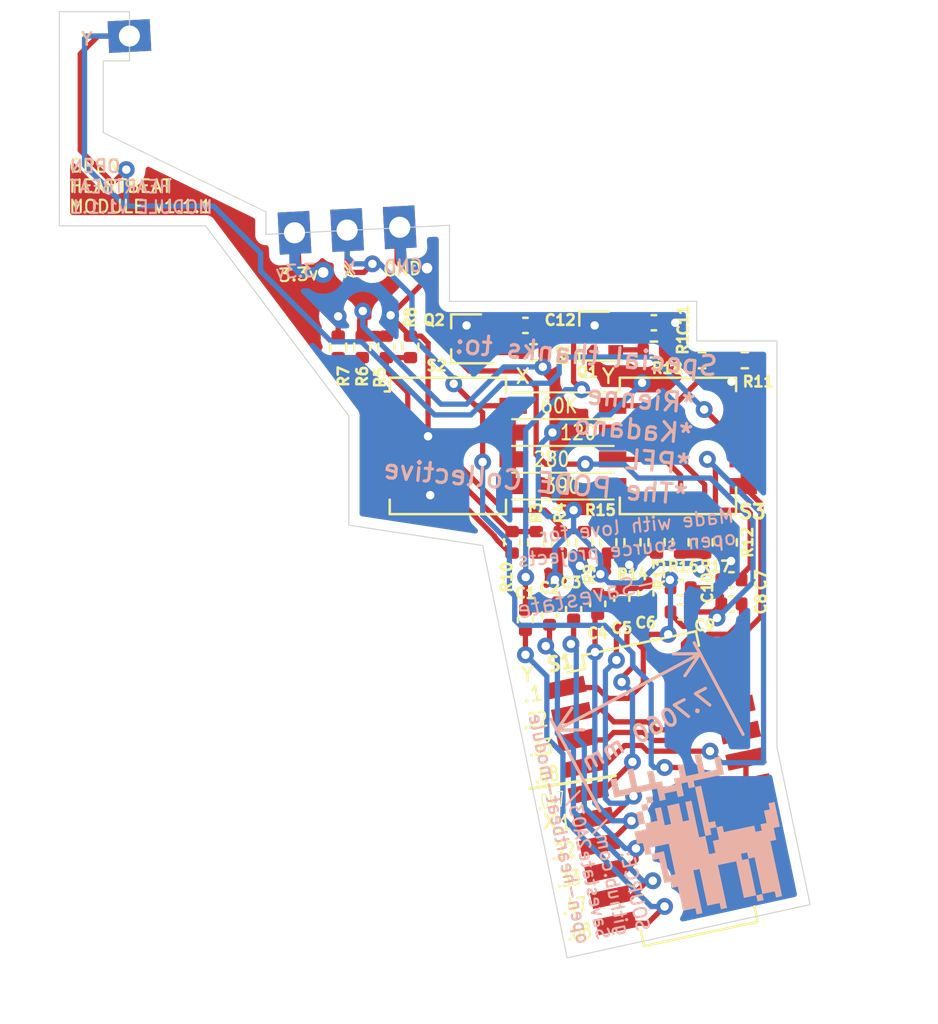
<source format=kicad_pcb>
(kicad_pcb (version 20211014) (generator pcbnew)
  (layers (0 "F.Cu" signal) (31 "B.Cu" signal) (36 "B.SilkS" user "B.Silkscreen") (37 "F.SilkS" user "F.Silkscreen") (38 "B.Mask" user) (39 "F.Mask" user) (44 "Edge.Cuts" user))
  (net 0 "")
  (net 1 "3.3v")
  (net 2 "Y")
  (net 3 "X")
  (net 4 "GND")
  (net 5 "Net-(R10-Pad2)")
  (net 6 "Net-(R4-Pad2)")
  (net 7 "Net-(R5-Pad2)")
  (net 8 "Net-(R6-Pad2)")
  (net 9 "Net-(R11-Pad2)")
  (net 10 "Net-(R12-Pad2)")
  (net 11 "Net-(R13-Pad2)")
  (net 12 "Net-(R14-Pad2)")
  (net 13 "Net-(C1-Pad1)")
  (net 14 "Net-(C10-Pad1)")
  (net 15 "Net-(C11-Pad1)")
  (net 16 "Net-(C12-Pad1)")
  (net 17 "Net-(C1-Pad2)")
  (net 18 "Net-(C2-Pad2)")
  (net 19 "Net-(C3-Pad2)")
  (net 20 "Net-(C4-Pad2)")
  (net 21 "Net-(C5-Pad2)")
  (net 22 "Net-(C6-Pad2)")
  (net 23 "Net-(C7-Pad2)")
  (net 24 "Net-(C8-Pad2)")
  (net 25 "Net-(C9-Pad2)")
  (net 26 "Net-(C10-Pad2)")
  (footprint "Capacitor_SMD:C_0402_1005Metric" (layer "F.Cu") (at 105.0798 83.4898 -90)
    (fp_text reference "C4")
    (fp_text value "0.22u")
  )
  (footprint "Package_TO_SOT_SMD:SOT-323_SC-70" (layer "F.Cu") (at 104.9368 70.7898 180)
    (fp_text reference "Q1")
    (fp_text value "~")
  )
  (footprint "Resistor_SMD:R_0402_1005Metric" (layer "F.Cu") (at 92.7608 71.2978 -90)
    (fp_text reference "R7")
    (fp_text value "60K")
  )
  (footprint "Button_Switch_SMD:SW_DIP_SPSTx10_Slide_Copal_CHS-10B_W7.62mm_P1.27mm" (layer "F.Cu") (at 108.5088 92.2528 12)
    (fp_text reference "S1")
    (fp_text value "~")
  )
  (footprint "Capacitor_SMD:C_0402_1005Metric" (layer "F.Cu") (at 109.0168 82.7278 180)
    (fp_text reference "C10")
    (fp_text value "0.10u")
  )
  (footprint "Resistor_SMD:R_0402_1005Metric" (layer "F.Cu") (at 104.4448 80.5688 90)
    (fp_text reference "R9")
    (fp_text value "280k")
  )
  (footprint "Capacitor_SMD:C_0402_1005Metric" (layer "F.Cu") (at 101.6508 84.2518 -90)
    (fp_text reference "C1")
    (fp_text value "0.68u")
  )
  (footprint "Resistor_SMD:R_0402_1005Metric" (layer "F.Cu") (at 107.7488 71.4248)
    (fp_text reference "R1")
    (fp_text value "220K")
  )
  (footprint "Capacitor_SMD:C_0402_1005Metric" (layer "F.Cu") (at 106.2228 83.2358 -90)
    (fp_text reference "C5")
    (fp_text value "0.10u")
  )
  (footprint "Resistor_SMD:R_0402_1005Metric" (layer "F.Cu") (at 107.8738 80.5688 90)
    (fp_text reference "R13")
    (fp_text value "280k")
  )
  (footprint "Resistor_SMD:R_0402_1005Metric" (layer "F.Cu") (at 96.1898 71.2978 -90)
    (fp_text reference "R8")
    (fp_text value "120K")
  )
  (footprint "Resistor_SMD:R_0402_1005Metric" (layer "F.Cu") (at 103.3018 80.5688 90)
    (fp_text reference "R4")
    (fp_text value "280k")
  )
  (footprint "Resistor_SMD:R_0402_1005Metric" (layer "F.Cu") (at 111.3028 80.5688 90)
    (fp_text reference "R12")
    (fp_text value "120K")
  )
  (footprint "Capacitor_SMD:C_0402_1005Metric" (layer "F.Cu") (at 107.7468 70.1548)
    (fp_text reference "C11")
    (fp_text value "2.2u")
  )
  (footprint "Capacitor_SMD:C_0402_1005Metric" (layer "F.Cu") (at 103.9368 83.7438 -90)
    (fp_text reference "C3")
    (fp_text value "0.33u")
  )
  (footprint "Resistor_SMD:R_0402_1005Metric" (layer "F.Cu") (at 110.0328 71.9328)
    (fp_text reference "R18")
    (fp_text value "60K")
  )
  (footprint "Resistor_SMD:R_0402_1005Metric" (layer "F.Cu") (at 95.0468 71.2978 -90)
    (fp_text reference "R5")
    (fp_text value "120K")
  )
  (footprint "Capacitor_SMD:C_0402_1005Metric" (layer "F.Cu") (at 101.6508 70.2818)
    (fp_text reference "C12")
    (fp_text value "2.2u")
  )
  (footprint "Resistor_SMD:R_0402_1005Metric" (layer "F.Cu") (at 112.0648 71.9328 180)
    (fp_text reference "R11")
    (fp_text value "60K")
  )
  (footprint "Resistor_SMD:R_0402_1005Metric" (layer "F.Cu") (at 105.5878 80.5688 90)
    (fp_text reference "R15")
    (fp_text value "390k")
  )
  (footprint "Button_Switch_SMD:SW_DIP_SPSTx04_Slide_Copal_CHS-04B_W7.62mm_P1.27mm" (layer "F.Cu") (at 108.8898 75.9968)
    (fp_text reference "S3")
    (fp_text value "~")
  )
  (footprint "Capacitor_SMD:C_0402_1005Metric" (layer "F.Cu") (at 111.4298 82.3468)
    (fp_text reference "C7")
    (fp_text value "0.68u")
  )
  (footprint "Capacitor_SMD:C_0402_1005Metric" (layer "F.Cu") (at 102.7938 83.9978 -90)
    (fp_text reference "C2")
    (fp_text value "0.47u")
  )
  (footprint "Resistor_SMD:R_0402_1005Metric" (layer "F.Cu") (at 110.1598 80.5688 90)
    (fp_text reference "R17")
    (fp_text value "120K")
  )
  (footprint "Resistor_SMD:R_0402_1005Metric" (layer "F.Cu") (at 109.0168 80.5688 90)
    (fp_text reference "R16")
    (fp_text value "280k")
  )
  (footprint "Capacitor_SMD:C_0402_1005Metric" (layer "F.Cu") (at 111.4298 83.4898)
    (fp_text reference "C8")
    (fp_text value "0.33u")
  )
  (footprint "Capacitor_SMD:C_0402_1005Metric" (layer "F.Cu") (at 107.3658 82.9818 -90)
    (fp_text reference "C6")
    (fp_text value "0.047u")
  )
  (footprint "Capacitor_SMD:C_0402_1005Metric" (layer "F.Cu") (at 109.0168 83.8708 180)
    (fp_text reference "C9")
    (fp_text value "0.22u")
  )
  (footprint "Package_TO_SOT_SMD:SOT-323_SC-70" (layer "F.Cu") (at 98.8568 70.9168 180)
    (fp_text reference "Q2")
    (fp_text value "~")
  )
  (footprint "Resistor_SMD:R_0402_1005Metric" (layer "F.Cu") (at 93.9038 71.2978 -90)
    (fp_text reference "R6")
    (fp_text value "60K")
  )
  (footprint "Button_Switch_SMD:SW_DIP_SPSTx04_Slide_Copal_CHS-04B_W7.62mm_P1.27mm" (layer "F.Cu") (at 97.9678 75.9968)
    (fp_text reference "S2")
    (fp_text value "~")
  )
  (footprint "Resistor_SMD:R_0402_1005Metric" (layer "F.Cu") (at 102.1588 80.5688 90)
    (fp_text reference "R3")
    (fp_text value "390k")
  )
  (footprint "Resistor_SMD:R_0402_1005Metric" (layer "F.Cu") (at 101.0158 80.5688 90)
    (fp_text reference "R10")
    (fp_text value "390k")
  )
  (footprint "Resistor_SMD:R_0402_1005Metric" (layer "F.Cu") (at 106.7308 80.5688 90)
    (fp_text reference "R14")
    (fp_text value "390k")
  )
  (footprint "Resistor_SMD:R_0402_1005Metric" (layer "F.Cu") (at 102.0318 71.5518)
    (fp_text reference "R2")
    (fp_text value "220K")
  )
  (footprint "PhobGCC_Footprints:GCC_Stickbox_2" (layer "B.Cu") (at 92.703735 56.569368 -177)
    (fp_text reference "U2" hide)
    (fp_text value "2x DRV5053CAQLPGM Hall Effect Sensors")
  )
  (footprint "Library:deer8" (layer "B.Cu") (at 110.1598 94.351398 -168)
    (fp_text reference "G***" hide)
    (fp_text value "LOGO" hide)
  )
  (gr_line (start 105.918 91.6432) (end 101.854 92.2528) (layer "F.SilkS") (width 0.15))
  (gr_line (start 105.8418 75.9968) (end 101.0158 75.9968) (layer "F.SilkS") (width 0.1))
  (gr_line (start 105.8418 78.5368) (end 101.0158 78.5368) (layer "F.SilkS") (width 0.1))
  (gr_line (start 101.0158 74.7268) (end 105.8418 74.7268) (layer "F.SilkS") (width 0.1))
  (gr_line (start 105.8418 77.2668) (end 101.0158 77.2668) (layer "F.SilkS") (width 0.1))
  (gr_line (start 101.0158 73.4568) (end 105.8418 73.4568) (layer "F.SilkS") (width 0.1))
  (gr_line (start 79.5274 55.3974) (end 79.5274 65.5574) (layer "Edge.Cuts") (width 0.05))
  (gr_line (start 115.1636 97.7519) (end 113.5888 90.2716) (layer "Edge.Cuts") (width 0.05))
  (gr_line (start 109.7788 71.0184) (end 113.5888 71.0184) (layer "Edge.Cuts") (width 0.05))
  (gr_line (start 98.044 65.532) (end 89.3318 65.9638) (layer "Edge.Cuts") (width 0.05))
  (gr_line (start 93.2688 74.5744) (end 86.4616 65.5574) (layer "Edge.Cuts") (width 0.05))
  (gr_line (start 93.2688 79.756) (end 99.6188 80.7212) (layer "Edge.Cuts") (width 0.05))
  (gr_line (start 81.6102 61.1378) (end 81.6102 57.7342) (layer "Edge.Cuts") (width 0.05))
  (gr_line (start 93.2688 74.5744) (end 93.2688 79.756) (layer "Edge.Cuts") (width 0.05))
  (gr_line (start 81.6102 57.7342) (end 82.8548 57.7342) (layer "Edge.Cuts") (width 0.05))
  (gr_line (start 98.044 69.1388) (end 109.7788 69.1388) (layer "Edge.Cuts") (width 0.05))
  (gr_line (start 89.3318 65.9638) (end 89.3318 64.897) (layer "Edge.Cuts") (width 0.05))
  (gr_line (start 98.044 69.1388) (end 98.044 65.532) (layer "Edge.Cuts") (width 0.05))
  (gr_line (start 99.6188 80.7212) (end 103.632 100.2792) (layer "Edge.Cuts") (width 0.05))
  (gr_line (start 109.7788 69.1388) (end 109.7788 71.0184) (layer "Edge.Cuts") (width 0.05))
  (gr_line (start 113.5888 90.2716) (end 113.5888 71.0184) (layer "Edge.Cuts") (width 0.05))
  (gr_line (start 82.8548 55.3974) (end 79.5274 55.3974) (layer "Edge.Cuts") (width 0.05))
  (gr_line (start 86.4616 65.5574) (end 79.5274 65.5574) (layer "Edge.Cuts") (width 0.05))
  (gr_line (start 103.632 100.2792) (end 115.1636 97.7519) (layer "Edge.Cuts") (width 0.05))
  (gr_line (start 89.3318 64.897) (end 81.6102 61.1378) (layer "Edge.Cuts") (width 0.05))
  (gr_line (start 82.8548 57.7342) (end 82.8548 55.3974) (layer "Edge.Cuts") (width 0.05))
  (gr_text "OPEN\nHEARTBEAT\nMODULE v1.1.1" (at 79.9592 63.7032) (layer "B.SilkS") (effects (font (size 0.6 0.6) (thickness 0.1)) (justify right mirror)))
  (gr_text "Made with love for\nopen source projects" (at 111.6584 79.8068 6) (layer "B.SilkS") (effects (font (size 0.65 0.65) (thickness 0.1)) (justify left mirror)))
  (gr_text "3.3v" (at 90.7288 67.7164 3) (layer "B.SilkS") (effects (font (size 0.6 0.6) (thickness 0.1)) (justify mirror)))
  (gr_text "-Savestate" (at 104.5464 83.1088 12) (layer "B.SilkS") (effects (font (size 0.8 0.8) (thickness 0.1)) (justify mirror)))
  (gr_text "GND" (at 95.8596 67.4624 3) (layer "B.SilkS") (effects (font (size 0.6 0.6) (thickness 0.1)) (justify mirror)))
  (gr_text "Special thanks to:" (at 110.8456 72.2376 -5) (layer "B.SilkS") (effects (font (size 0.9 0.9)) (justify left mirror)))
  (gr_text "Y" (at 80.8228 56.6928 -3) (layer "B.SilkS") (effects (font (size 0.6 0.6) (thickness 0.1)) (justify mirror)))
  (gr_text "  *Rienne\n  *Kadano\n  *PFL\n  *The PODE Collective\n" (at 110.998 76.3016 -5) (layer "B.SilkS") (effects (font (size 0.9 0.9)) (justify left mirror)))
  (gr_text "SOURCE:\ngithub.com/\nSavestate2A03/\nopen-heartbeat-module" (at 105.8418 99.3648 -78) (layer "B.SilkS") (effects (font (size 0.6 0.6) (thickness 0.1)) (justify left mirror)))
  (gr_text "X" (at 93.3196 67.564 3) (layer "B.SilkS") (effects (font (size 0.6 0.6) (thickness 0.1)) (justify mirror)))
  (gr_text "X" (at 102.8192 93.8276) (layer "F.SilkS") (effects (font (size 0.7 0.7) (thickness 0.1125))))
  (gr_text ".22" (at 102.7684 88.9254 8) (layer "F.SilkS") (effects (font (size 0.7 0.5) (thickness 0.1)) (justify right)))
  (gr_text "OPEN\nHEARTBEAT\nMODULE v1.1.1" (at 79.9338 63.6778) (layer "F.SilkS") (effects (font (size 0.6 0.6) (thickness 0.1)) (justify left)))
  (gr_text ".1" (at 103.8606 93.8276 8) (layer "F.SilkS") (effects (font (size 0.7 0.5) (thickness 0.1)) (justify right)))
  (gr_text "X" (at 101.5238 72.6948) (layer "F.SilkS") (effects (font (size 0.7 0.7) (thickness 0.1125))))
  (gr_text "390" (at 104.3178 77.9018) (layer "F.SilkS") (effects (font (size 0.7 0.6) (thickness 0.1)) (justify right)))
  (gr_text ".22" (at 104.0892 95.123 8) (layer "F.SilkS") (effects (font (size 0.7 0.5) (thickness 0.1)) (justify right)))
  (gr_text "GND" (at 95.8088 67.6148 3) (layer "F.SilkS") (effects (font (size 0.6 0.6) (thickness 0.1))))
  (gr_text ".47" (at 104.6226 97.7392 8) (layer "F.SilkS") (effects (font (size 0.7 0.5) (thickness 0.1)) (justify right)))
  (gr_text "Y" (at 80.8228 56.6928 3) (layer "F.SilkS") (effects (font (size 0.6 0.6) (thickness 0.1))))
  (gr_text "Y" (at 105.5878 72.6948) (layer "F.SilkS") (effects (font (size 0.7 0.7) (thickness 0.1125))))
  (gr_text "120" (at 105.0798 75.3618) (layer "F.SilkS") (effects (font (size 0.7 0.6) (thickness 0.1)) (justify right)))
  (gr_text ".047" (at 103.5558 92.7354 8) (layer "F.SilkS") (effects (font (size 0.7 0.4) (thickness 0.06)) (justify right)))
  (gr_text "280" (at 103.8098 76.6318) (layer "F.SilkS") (effects (font (size 0.7 0.6) (thickness 0.1)) (justify right)))
  (gr_text "X" (at 93.2688 67.7164 3) (layer "F.SilkS") (effects (font (size 0.6 0.6) (thickness 0.1))))
  (gr_text ".68" (at 103.3018 91.4908 8) (layer "F.SilkS") (effects (font (size 0.7 0.5) (thickness 0.1)) (justify right)))
  (gr_text ".1" (at 102.5652 87.6808 8) (layer "F.SilkS") (effects (font (size 0.7 0.7) (thickness 0.1)) (justify right)))
  (gr_text "3.3v" (at 90.8812 67.8688 3) (layer "F.SilkS") (effects (font (size 0.6 0.6) (thickness 0.1))))
  (gr_text "Y" (at 101.7524 86.8426) (layer "F.SilkS") (effects (font (size 0.7 0.7) (thickness 0.1125))))
  (gr_text ".33" (at 104.3432 96.4438 8) (layer "F.SilkS") (effects (font (size 0.7 0.5) (thickness 0.1)) (justify right)))
  (gr_text "60K" (at 104.1908 74.0918) (layer "F.SilkS") (effects (font (size 0.7 0.6) (thickness 0.1)) (justify right)))
  (gr_text ".33" (at 103.0224 90.2208 8) (layer "F.SilkS") (effects (font (size 0.7 0.5) (thickness 0.1)) (justify right)))
  (gr_text ".68" (at 104.8512 98.9584 8) (layer "F.SilkS") (effects (font (size 0.7 0.5) (thickness 0.1)) (justify right)))
  (dimension (type aligned) (layer "B.SilkS") (pts (xy 112.2172 90.1192) (xy 105.419206 93.748127)) (height 4.840949) (gr_text "7.7060 mm" (at 107.442 89.4588 28.09432822) (layer "B.SilkS") (effects (font (size 0.8 0.8) (thickness 0.15)) (justify mirror))) (format (units 3) (units_format 1) (precision 4)) (style (thickness 0.15) (arrow_length 1.27) (text_position_mode 2) (extension_height 0.58642) (extension_offset 0.5) keep_text_aligned))
  (segment (start 103.3018 81.0788) (end 102.1588 81.0788) (width 0.25) (layer "F.Cu") (net 1))
  (segment (start 109.5228 71.9328) (end 108.7668 71.9328) (width 0.25) (layer "F.Cu") (net 1))
  (segment (start 103.124 74.5744) (end 103.124 72.898) (width 0.25) (layer "F.Cu") (net 1))
  (segment (start 105.2068 82.0803) (end 105.2193 82.0803) (width 0.25) (layer "F.Cu") (net 1))
  (segment (start 110.1598 81.0788) (end 110.1598 81.661979) (width 0.25) (layer "F.Cu") (net 1))
  (segment (start 105.2193 82.0803) (end 105.5878 81.7118) (width 0.25) (layer "F.Cu") (net 1))
  (segment (start 108.7668 71.9328) (end 108.2588 71.4248) (width 0.25) (layer "F.Cu") (net 1))
  (segment (start 103.124 72.898) (end 102.474745 72.248745) (width 0.25) (layer "F.Cu") (net 1))
  (segment (start 102.474745 71.618855) (end 102.5418 71.5518) (width 0.25) (layer "F.Cu") (net 1))
  (segment (start 103.3018 82.0928) (end 103.3018 81.0788) (width 0.25) (layer "F.Cu") (net 1))
  (segment (start 102.9333 74.7651) (end 103.124 74.5744) (width 0.25) (layer "F.Cu") (net 1))
  (segment (start 103.0478 82.3468) (end 103.3018 82.0928) (width 0.25) (layer "F.Cu") (net 1))
  (segment (start 105.5878 81.7118) (end 105.5878 81.0788) (width 0.25) (layer "F.Cu") (net 1))
  (segment (start 110.1598 81.661979) (end 109.976609 81.84517) (width 0.25) (layer "F.Cu") (net 1))
  (segment (start 102.9333 75.3618) (end 102.9333 74.7651) (width 0.25) (layer "F.Cu") (net 1))
  (segment (start 102.474745 72.248745) (end 102.474745 71.618855) (width 0.25) (layer "F.Cu") (net 1))
  (via (at 103.0478 82.3468) (size 0.8) (drill 0.4) (layers "F.Cu" "B.Cu") (net 1))
  (via (at 93.9292 69.596) (size 0.8) (drill 0.4) (layers "F.Cu" "B.Cu") (net 1))
  (via (at 109.976609 81.84517) (size 0.8) (drill 0.4) (layers "F.Cu" "B.Cu") (net 1))
  (via (at 107.188 72.9996) (size 0.8) (drill 0.4) (layers "F.Cu" "B.Cu") (net 1))
  (via (at 103.9368 79.0448) (size 0.8) (drill 0.4) (layers "F.Cu" "B.Cu") (net 1))
  (via (at 92.0496 67.7672) (size 1) (drill 0.5) (layers "F.Cu" "B.Cu") (net 1))
  (via (at 102.474745 72.248745) (size 0.8) (drill 0.4) (layers "F.Cu" "B.Cu") (net 1))
  (via (at 102.9333 75.3618) (size 0.8) (drill 0.4) (layers "F.Cu" "B.Cu") (net 1))
  (via (at 105.2068 82.0803) (size 0.8) (drill 0.4) (layers "F.Cu" "B.Cu") (net 1))
  (segment (start 109.976609 81.84517) (end 109.703239 81.5718) (width 0.25) (layer "B.Cu") (net 1))
  (segment (start 92.0496 67.7672) (end 91.0336 67.7672) (width 0.5) (layer "B.Cu") (net 1))
  (segment (start 104.8004 74.8792) (end 105.156 74.5236) (width 0.25) (layer "B.Cu") (net 1))
  (segment (start 100.623655 72.248745) (end 102.474745 72.248745) (width 0.25) (layer "B.Cu") (net 1))
  (segment (start 105.2068 81.2038) (end 103.9368 79.9338) (width 0.25) (layer "B.Cu") (net 1))
  (segment (start 105.156 74.5236) (end 105.664 74.5236) (width 0.25) (layer "B.Cu") (net 1))
  (segment (start 98.8568 74.0156) (end 100.623655 72.248745) (width 0.25) (layer "B.Cu") (net 1))
  (segment (start 103.9368 79.0448) (end 103.9368 79.9338) (width 0.25) (layer "B.Cu") (net 1))
  (segment (start 103.0478 80.8228) (end 103.9368 79.9338) (width 0.25) (layer "B.Cu") (net 1))
  (segment (start 102.2604 76.0347) (end 102.2604 78.8924) (width 0.25) (layer "B.Cu") (net 1))
  (segment (start 102.9333 75.3618) (end 103.4159 74.8792) (width 0.25) (layer "B.Cu") (net 1))
  (segment (start 109.703239 81.5718) (end 107.966816 81.5718) (width 0.25) (layer "B.Cu") (net 1))
  (segment (start 103.0478 82.3468) (end 103.0478 80.8228) (width 0.25) (layer "B.Cu") (net 1))
  (segment (start 103.632 79.3496) (end 103.9368 79.0448) (width 0.25) (layer "B.Cu") (net 1))
  (segment (start 103.4159 74.8792) (end 104.8004 74.8792) (width 0.25) (layer "B.Cu") (net 1))
  (segment (start 93.9292 70.3072) (end 97.6376 74.0156) (width 0.25) (layer "B.Cu") (net 1))
  (segment (start 102.9333 75.3618) (end 102.2604 76.0347) (width 0.25) (layer "B.Cu") (net 1))
  (segment (start 97.6376 74.0156) (end 98.8568 74.0156) (width 0.25) (layer "B.Cu") (net 1))
  (segment (start 107.966816 81.5718) (end 107.051816 82.4868) (width 0.25) (layer "B.Cu") (net 1))
  (segment (start 105.664 74.5236) (end 107.188 72.9996) (width 0.25) (layer "B.Cu") (net 1))
  (segment (start 102.7176 79.3496) (end 103.632 79.3496) (width 0.25) (layer "B.Cu") (net 1))
  (segment (start 90.688652 67.422252) (end 90.688652 65.8876) (width 0.5) (layer "B.Cu") (net 1))
  (segment (start 102.2604 78.8924) (end 102.7176 79.3496) (width 0.25) (layer "B.Cu") (net 1))
  (segment (start 105.2068 82.0803) (end 105.2068 81.2038) (width 0.25) (layer "B.Cu") (net 1))
  (segment (start 105.6133 82.4868) (end 105.2068 82.0803) (width 0.25) (layer "B.Cu") (net 1))
  (segment (start 93.9292 69.596) (end 93.9292 70.3072) (width 0.25) (layer "B.Cu") (net 1))
  (segment (start 107.051816 82.4868) (end 105.6133 82.4868) (width 0.25) (layer "B.Cu") (net 1))
  (segment (start 91.0336 67.7672) (end 90.688652 67.422252) (width 0.5) (layer "B.Cu") (net 1))
  (segment (start 111.9898 77.9018) (end 111.9898 76.6318) (width 0.25) (layer "F.Cu") (net 2))
  (segment (start 111.9644 75.3364) (end 111.9898 75.3618) (width 0.25) (layer "F.Cu") (net 2))
  (segment (start 111.061999 85.867424) (end 111.061999 86.845624) (width 0.25) (layer "F.Cu") (net 2))
  (segment (start 110.1344 74.2696) (end 111.2012 75.3364) (width 0.25) (layer "F.Cu") (net 2))
  (segment (start 111.590095 89.330119) (end 111.854143 89.594167) (width 0.25) (layer "F.Cu") (net 2))
  (segment (start 112.8268 78.7388) (end 111.9898 77.9018) (width 0.25) (layer "F.Cu") (net 2))
  (segment (start 111.326047 87.109672) (end 111.326047 88.087871) (width 0.25) (layer "F.Cu") (net 2))
  (segment (start 80.518 57.404) (end 80.518 61.976) (width 0.25) (layer "F.Cu") (net 2))
  (segment (start 111.9898 74.0918) (end 111.9898 75.3618) (width 0.25) (layer "F.Cu") (net 2))
  (segment (start 111.061999 85.867424) (end 112.8268 84.102623) (width 0.25) (layer "F.Cu") (net 2))
  (segment (start 111.9898 76.6318) (end 111.9898 75.3618) (width 0.25) (layer "F.Cu") (net 2))
  (segment (start 111.326047 88.087871) (end 111.590095 88.351919) (width 0.25) (layer "F.Cu") (net 2))
  (segment (start 112.8268 84.102623) (end 112.8268 78.7388) (width 0.25) (layer "F.Cu") (net 2))
  (segment (start 81.9912 63.4492) (end 82.1436 63.4492) (width 0.25) (layer "F.Cu") (net 2))
  (segment (start 81.366914 56.555086) (end 80.518 57.404) (width 0.25) (layer "F.Cu") (net 2))
  (segment (start 111.061999 86.845624) (end 111.326047 87.109672) (width 0.25) (layer "F.Cu") (net 2))
  (segment (start 80.518 61.976) (end 81.9912 63.4492) (width 0.25) (layer "F.Cu") (net 2))
  (segment (start 111.2012 75.3364) (end 111.9644 75.3364) (width 0.25) (layer "F.Cu") (net 2))
  (segment (start 82.1436 63.4492) (end 82.7024 62.8904) (width 0.25) (layer "F.Cu") (net 2))
  (segment (start 82.851634 56.555086) (end 81.366914 56.555086) (width 0.25) (layer "F.Cu") (net 2))
  (segment (start 111.590095 88.351919) (end 111.590095 89.330119) (width 0.25) (layer "F.Cu") (net 2))
  (via (at 110.1344 74.2696) (size 0.8) (drill 0.4) (layers "F.Cu" "B.Cu") (net 2))
  (via (at 82.7024 62.8904) (size 0.8) (drill 0.4) (layers "F.Cu" "B.Cu") (net 2))
  (segment (start 89.0778 66.8528) (end 86.8426 64.6176) (width 0.25) (layer "B.Cu") (net 2))
  (segment (start 110.1344 74.2696) (end 107.6452 71.7804) (width 0.25) (layer "B.Cu") (net 2))
  (segment (start 84.1248 64.6176) (end 82.6516 64.6176) (width 0.25) (layer "B.Cu") (net 2))
  (segment (start 86.8426 64.6176) (end 84.1248 64.6176) (width 0.25) (layer "B.Cu") (net 2))
  (segment (start 97.3328 74.5236) (end 93.866 71.0568) (width 0.25) (layer "B.Cu") (net 2))
  (segment (start 80.7212 62.6872) (end 80.7212 56.6674) (width 0.25) (layer "B.Cu") (net 2))
  (segment (start 103.249745 71.959455) (end 103.249745 72.569761) (width 0.25) (layer "B.Cu") (net 2))
  (segment (start 103.4288 71.7804) (end 103.249745 71.959455) (width 0.25) (layer "B.Cu") (net 2))
  (segment (start 92.439784 71.0568) (end 89.0778 67.694816) (width 0.25) (layer "B.Cu") (net 2))
  (segment (start 99.06 74.5236) (end 97.3328 74.5236) (width 0.25) (layer "B.Cu") (net 2))
  (segment (start 102.795761 73.023745) (end 100.559855 73.023745) (width 0.25) (layer "B.Cu") (net 2))
  (segment (start 93.866 71.0568) (end 92.439784 71.0568) (width 0.25) (layer "B.Cu") (net 2))
  (segment (start 89.0778 67.694816) (end 89.0778 66.8528) (width 0.25) (layer "B.Cu") (net 2))
  (segment (start 100.559855 73.023745) (end 99.06 74.5236) (width 0.25) (layer "B.Cu") (net 2))
  (segment (start 107.6452 71.7804) (end 103.4288 71.7804) (width 0.25) (layer "B.Cu") (net 2))
  (segment (start 82.6516 64.6176) (end 80.7212 62.6872) (width 0.25) (layer "B.Cu") (net 2))
  (segment (start 82.7024 64.5668) (end 82.6516 64.6176) (width 0.25) (layer "B.Cu") (net 2))
  (segment (start 80.7212 56.6674) (end 80.833514 56.555086) (width 0.25) (layer "B.Cu") (net 2))
  (segment (start 103.249745 72.569761) (end 102.795761 73.023745) (width 0.25) (layer "B.Cu") (net 2))
  (segment (start 82.7024 62.8904) (end 82.7024 64.5668) (width 0.25) (layer "B.Cu") (net 2))
  (segment (start 80.833514 56.555086) (end 82.851634 56.555086) (width 0.25) (layer "B.Cu") (net 2))
  (segment (start 99.2886 74.0918) (end 101.0678 74.0918) (width 0.25) (layer "F.Cu") (net 3))
  (segment (start 112.118191 91.814615) (end 112.382238 92.078662) (width 0.25) (layer "F.Cu") (net 3))
  (segment (start 112.382238 93.056861) (end 112.646286 93.320909) (width 0.25) (layer "F.Cu") (net 3))
  (segment (start 93.3704 67.7672) (end 93.185226 67.582026) (width 0.25) (layer "F.Cu") (net 3))
  (segment (start 98.2472 73.0504) (end 99.6188 74.422) (width 0.25) (layer "F.Cu") (net 3))
  (segment (start 113.174382 94.827204) (end 112.910334 94.563156) (width 0.25) (layer "F.Cu") (net 3))
  (segment (start 98.2472 73.0504) (end 99.2886 74.0918) (width 0.25) (layer "F.Cu") (net 3))
  (segment (start 99.6188 74.422) (end 99.6188 76.7588) (width 0.25) (layer "F.Cu") (net 3))
  (segment (start 110.6678 92.3798) (end 112.0811 92.3798) (width 0.25) (layer "F.Cu") (net 3))
  (segment (start 101.0678 74.0918) (end 101.0678 75.3618) (width 0.25) (layer "F.Cu") (net 3))
  (segment (start 113.43843 96.069452) (end 113.174382 95.805404) (width 0.25) (layer "F.Cu") (net 3))
  (segment (start 101.0678 76.6318) (end 101.0678 77.9018) (width 0.25) (layer "F.Cu") (net 3))
  (segment (start 112.0811 92.3798) (end 112.382238 92.078662) (width 0.25) (layer "F.Cu") (net 3))
  (segment (start 108.2548 91.2493) (end 109.5373 91.2493) (width 0.25) (layer "F.Cu") (net 3))
  (segment (start 101.0678 75.3618) (end 101.0678 76.6318) (width 0.25) (layer "F.Cu") (net 3))
  (segment (start 112.382238 92.078662) (end 112.382238 93.056861) (width 0.25) (layer "F.Cu") (net 3))
  (segment (start 109.5373 91.2493) (end 110.6678 92.3798) (width 0.25) (layer "F.Cu") (net 3))
  (segment (start 113.43843 97.047651) (end 113.43843 96.069452) (width 0.25) (layer "F.Cu") (net 3))
  (segment (start 112.118191 90.836414) (end 112.118191 91.814615) (width 0.25) (layer "F.Cu") (net 3))
  (segment (start 112.910334 94.563156) (end 112.910334 93.584957) (width 0.25) (layer "F.Cu") (net 3))
  (segment (start 93.185226 67.582026) (end 93.185226 65.75676) (width 0.25) (layer "F.Cu") (net 3))
  (segment (start 93.98 67.7672) (end 93.3704 67.7672) (width 0.25) (layer "F.Cu") (net 3))
  (segment (start 94.3864 67.3608) (end 93.98 67.7672) (width 0.25) (layer "F.Cu") (net 3))
  (segment (start 112.910334 93.584957) (end 112.646286 93.320909) (width 0.25) (layer "F.Cu") (net 3))
  (segment (start 113.174382 95.805404) (end 113.174382 94.827204) (width 0.25) (layer "F.Cu") (net 3))
  (via (at 108.2548 91.2493) (size 0.8) (drill 0.4) (layers "F.Cu" "B.Cu") (net 3))
  (via (at 98.2472 73.0504) (size 0.8) (drill 0.4) (layers "F.Cu" "B.Cu") (net 3))
  (via (at 99.6188 76.7588) (size 0.8) (drill 0.4) (layers "F.Cu" "B.Cu") (net 3))
  (via (at 94.3864 67.3608) (size 0.8) (drill 0.4) (layers "F.Cu" "B.Cu") (net 3))
  (segment (start 107.7593 91.2493) (end 107.6198 91.1098) (width 0.25) (layer "B.Cu") (net 3))
  (segment (start 100.8888 82.8548) (end 100.8888 80.5688) (width 0.25) (layer "B.Cu") (net 3))
  (segment (start 100.8888 80.5688) (end 99.6188 79.2988) (width 0.25) (layer "B.Cu") (net 3))
  (segment (start 107.6198 91.1098) (end 107.6198 87.2998) (width 0.25) (layer "B.Cu") (net 3))
  (segment (start 96.266 68.8848) (end 96.266 70.8152) (width 0.25) (layer "B.Cu") (net 3))
  (segment (start 93.185226 67.023226) (end 93.185226 65.75676) (width 0.25) (layer "B.Cu") (net 3))
  (segment (start 94.3864 67.3608) (end 93.5228 67.3608) (width 0.25) (layer "B.Cu") (net 3))
  (segment (start 99.6188 79.2988) (end 99.6188 76.7588) (width 0.25) (layer "B.Cu") (net 3))
  (segment (start 105.413816 84.5058) (end 101.3968 84.5058) (width 0.25) (layer "B.Cu") (net 3))
  (segment (start 94.742 67.3608) (end 96.266 68.8848) (width 0.25) (layer "B.Cu") (net 3))
  (segment (start 96.266 70.8152) (end 98.2472 72.7964) (width 0.25) (layer "B.Cu") (net 3))
  (segment (start 106.7438 85.835784) (end 105.413816 84.5058) (width 0.25) (layer "B.Cu") (net 3))
  (segment (start 101.1428 84.2518) (end 101.1428 83.1088) (width 0.25) (layer "B.Cu") (net 3))
  (segment (start 101.3968 84.5058) (end 101.1428 84.2518) (width 0.25) (layer "B.Cu") (net 3))
  (segment (start 106.7438 86.4238) (end 106.7438 85.835784) (width 0.25) (layer "B.Cu") (net 3))
  (segment (start 93.5228 67.3608) (end 93.185226 67.023226) (width 0.25) (layer "B.Cu") (net 3))
  (segment (start 94.3864 67.3608) (end 94.742 67.3608) (width 0.25) (layer "B.Cu") (net 3))
  (segment (start 108.2548 91.2493) (end 107.7593 91.2493) (width 0.25) (layer "B.Cu") (net 3))
  (segment (start 98.2472 72.7964) (end 98.2472 73.0504) (width 0.25) (layer "B.Cu") (net 3))
  (segment (start 101.1428 83.1088) (end 100.8888 82.8548) (width 0.25) (layer "B.Cu") (net 3))
  (segment (start 107.6198 87.2998) (end 106.7438 86.4238) (width 0.25) (layer "B.Cu") (net 3))
  (segment (start 100.1776 80.264) (end 98.2472 78.3336) (width 0.25) (layer "F.Cu") (net 4))
  (segment (start 104.235099 81.683747) (end 104.4448 81.474046) (width 0.25) (layer "F.Cu") (net 4))
  (segment (start 98.2472 78.3336) (end 97.1296 78.3336) (width 0.25) (layer "F.Cu") (net 4))
  (segment (start 98.8718 70.2668) (end 99.8568 70.2668) (width 0.25) (layer "F.Cu") (net 4))
  (segment (start 96.9772 68.072) (end 95.25 69.7992) (width 0.25) (layer "F.Cu") (net 4))
  (segment (start 104.9368 70.2818) (end 105.0788 70.1398) (width 0.25) (layer "F.Cu") (net 4))
  (segment (start 97.028 71.12) (end 96.6958 70.7878) (width 0.25) (layer "F.Cu") (net 4))
  (segment (start 103.0478 70.0278) (end 104.6828 70.0278) (width 0.25) (layer "F.Cu") (net 4))
  (segment (start 100.32026 80.473151) (end 100.1776 80.286793) (width 0.25) (layer "F.Cu") (net 4))
  (segment (start 108.2268 70.1548) (end 108.7628 70.1548) (width 0.25) (layer "F.Cu") (net 4))
  (segment (start 96.012 67.564) (end 95.6818 67.2338) (width 0.5) (layer "F.Cu") (net 4))
  (segment (start 104.4448 81.474046) (end 104.4448 81.0788) (width 0.25) (layer "F.Cu") (net 4))
  (segment (start 97.028 75.5396) (end 97.028 71.12) (width 0.25) (layer "F.Cu") (net 4))
  (segment (start 112.5748 71.954049) (end 112.5748 71.9328) (width 0.25) (layer "F.Cu") (net 4))
  (segment (start 104.6828 70.0278) (end 104.9368 70.2818) (width 0.25) (layer "F.Cu") (net 4))
  (segment (start 102.7938 70.2818) (end 103.0478 70.0278) (width 0.25) (layer "F.Cu") (net 4))
  (segment (start 111.4298 72.9488) (end 111.580049 72.9488) (width 0.25) (layer "F.Cu") (net 4))
  (segment (start 111.411147 81.455657) (end 111.3028 81.34731) (width 0.25) (layer "F.Cu") (net 4))
  (segment (start 95.25 69.7992) (end 95.25 69.848) (width 0.25) (layer "F.Cu") (net 4))
  (segment (start 106.7308 81.0788) (end 107.8738 81.0788) (width 0.25) (layer "F.Cu") (net 4))
  (segment (start 95.25 69.848) (end 96.1898 70.7878) (width 0.25) (layer "F.Cu") (net 4))
  (segment (start 96.6958 70.7878) (end 96.1898 70.7878) (width 0.25) (layer "F.Cu") (net 4))
  (segment (start 111.3028 81.34731) (end 111.3028 81.0788) (width 0.25) (layer "F.Cu") (net 4))
  (segment (start 98.8568 70.2818) (end 98.8718 70.2668) (width 0.25) (layer "F.Cu") (net 4))
  (segment (start 96.9772 67.564) (end 96.9772 68.072) (width 0.25) (layer "F.Cu") (net 4))
  (segment (start 105.0788 70.1398) (end 105.9368 70.1398) (width 0.25) (layer "F.Cu") (net 4))
  (segment (start 92.7608 69.85) (end 92.7608 70.7878) (width 0.25) (layer "F.Cu") (net 4))
  (segment (start 106.5784 81.6356) (end 106.7308 81.4832) (width 0.25) (layer "F.Cu") (net 4))
  (segment (start 100.925909 81.0788) (end 100.32026 80.473151) (width 0.25) (layer "F.Cu") (net 4))
  (segment (start 95.6818 67.2338) (end 95.6818 65.62592) (width 0.5) (layer "F.Cu") (net 4))
  (segment (start 102.1308 70.2818) (end 102.7938 70.2818) (width 0.25) (layer "F.Cu") (net 4))
  (segment (start 101.0158 81.0788) (end 100.925909 81.0788) (width 0.25) (layer "F.Cu") (net 4))
  (segment (start 100.1776 80.286793) (end 100.1776 80.264) (width 0.25) (layer "F.Cu") (net 4))
  (segment (start 106.7308 81.4832) (end 106.7308 81.0788) (width 0.25) (layer "F.Cu") (net 4))
  (segment (start 111.580049 72.9488) (end 112.5748 71.954049) (width 0.25) (layer "F.Cu") (net 4))
  (segment (start 96.9772 67.564) (end 96.012 67.564) (width 0.5) (layer "F.Cu") (net 4))
  (via (at 98.8568 70.2818) (size 0.8) (drill 0.4) (layers "F.Cu" "B.Cu") (net 4))
  (via (at 97.1296 78.3336) (size 0.8) (drill 0.4) (layers "F.Cu" "B.Cu") (net 4))
  (via (at 97.028 75.5396) (size 0.8) (drill 0.4) (layers "F.Cu" "B.Cu") (net 4))
  (via (at 92.7608 69.85) (size 0.8) (drill 0.4) (layers "F.Cu" "B.Cu") (net 4))
  (via (at 108.7628 70.1548) (size 0.8) (drill 0.4) (layers "F.Cu" "B.Cu") (net 4))
  (via (at 95.25 69.7992) (size 0.8) (drill 0.4) (layers "F.Cu" "B.Cu") (net 4))
  (via (at 111.411147 81.455657) (size 0.8) (drill 0.4) (layers "F.Cu" "B.Cu") (net 4))
  (via (at 104.9368 70.2818) (size 0.8) (drill 0.4) (layers "F.Cu" "B.Cu") (net 4))
  (via (at 111.4298 72.9488) (size 0.8) (drill 0.4) (layers "F.Cu" "B.Cu") (net 4))
  (via (at 106.5784 81.6356) (size 0.8) (drill 0.4) (layers "F.Cu" "B.Cu") (net 4))
  (via (at 96.9772 67.564) (size 1) (drill 0.5) (layers "F.Cu" "B.Cu") (net 4))
  (via (at 104.235099 81.683747) (size 0.8) (drill 0.4) (layers "F.Cu" "B.Cu") (net 4))
  (segment (start 97.1296 75.6412) (end 97.028 75.5396) (width 0.25) (layer "B.Cu") (net 4))
  (segment (start 97.1296 78.3336) (end 97.1296 75.6412) (width 0.25) (layer "B.Cu") (net 4))
  (segment (start 100.8868 80.0588) (end 98.2472 77.4192) (width 0.25) (layer "F.Cu") (net 5))
  (segment (start 95.3504 77.4192) (end 94.8678 77.9018) (width 0.25) (layer "F.Cu") (net 5))
  (segment (start 102.1588 80.0588) (end 101.0158 80.0588) (width 0.25) (layer "F.Cu") (net 5))
  (segment (start 101.0158 80.0588) (end 100.8868 80.0588) (width 0.25) (layer "F.Cu") (net 5))
  (segment (start 98.2472 77.4192) (end 95.3504 77.4192) (width 0.25) (layer "F.Cu") (net 5))
  (segment (start 103.3018 80.0588) (end 103.3018 79.7814) (width 0.25) (layer "F.Cu") (net 6))
  (segment (start 98.2218 76.6318) (end 94.8678 76.6318) (width 0.25) (layer "F.Cu") (net 6))
  (segment (start 103.3018 79.7814) (end 102.5652 79.0448) (width 0.25) (layer "F.Cu") (net 6))
  (segment (start 103.3018 80.0588) (end 104.4448 80.0588) (width 0.25) (layer "F.Cu") (net 6))
  (segment (start 100.6348 79.0448) (end 98.2218 76.6318) (width 0.25) (layer "F.Cu") (net 6))
  (segment (start 102.5652 79.0448) (end 100.6348 79.0448) (width 0.25) (layer "F.Cu") (net 6))
  (segment (start 96.1898 71.8078) (end 95.0468 71.8078) (width 0.25) (layer "F.Cu") (net 7))
  (segment (start 95.0468 71.8078) (end 95.0468 72.4408) (width 0.25) (layer "F.Cu") (net 7))
  (segment (start 96.0628 73.4568) (end 96.0628 74.9808) (width 0.25) (layer "F.Cu") (net 7))
  (segment (start 95.0468 72.4408) (end 96.0628 73.4568) (width 0.25) (layer "F.Cu") (net 7))
  (segment (start 95.6818 75.3618) (end 94.8678 75.3618) (width 0.25) (layer "F.Cu") (net 7))
  (segment (start 96.0628 74.9808) (end 95.6818 75.3618) (width 0.25) (layer "F.Cu") (net 7))
  (segment (start 92.7608 71.8078) (end 93.9038 71.8078) (width 0.25) (layer "F.Cu") (net 8))
  (segment (start 93.9038 71.8078) (end 93.9038 72.8218) (width 0.25) (layer "F.Cu") (net 8))
  (segment (start 93.9038 72.8218) (end 94.8678 73.7858) (width 0.25) (layer "F.Cu") (net 8))
  (segment (start 94.8678 73.7858) (end 94.8678 74.0918) (width 0.25) (layer "F.Cu") (net 8))
  (segment (start 108.6866 74.0918) (end 105.7898 74.0918) (width 0.25) (layer "F.Cu") (net 9))
  (segment (start 111.5548 71.9328) (end 110.5428 71.9328) (width 0.25) (layer "F.Cu") (net 9))
  (segment (start 110.5428 71.9328) (end 110.5428 72.2356) (width 0.25) (layer "F.Cu") (net 9))
  (segment (start 110.5428 72.2356) (end 108.6866 74.0918) (width 0.25) (layer "F.Cu") (net 9))
  (segment (start 110.1598 77.829694) (end 107.691906 75.3618) (width 0.25) (layer "F.Cu") (net 10))
  (segment (start 111.1758 80.0588) (end 110.1598 80.0588) (width 0.25) (layer "F.Cu") (net 10))
  (segment (start 110.1598 80.0588) (end 110.1598 77.829694) (width 0.25) (layer "F.Cu") (net 10))
  (segment (start 107.691906 75.3618) (end 105.7898 75.3618) (width 0.25) (layer "F.Cu") (net 10))
  (segment (start 109.0168 77.3938) (end 108.2548 76.6318) (width 0.25) (layer "F.Cu") (net 11))
  (segment (start 109.0168 80.0588) (end 109.0168 77.3938) (width 0.25) (layer "F.Cu") (net 11))
  (segment (start 107.7468 80.0588) (end 109.0168 80.0588) (width 0.25) (layer "F.Cu") (net 11))
  (segment (start 108.2548 76.6318) (end 105.7898 76.6318) (width 0.25) (layer "F.Cu") (net 11))
  (segment (start 105.5878 80.0588) (end 105.5878 78.1038) (width 0.25) (layer "F.Cu") (net 12))
  (segment (start 105.5878 80.0588) (end 106.7308 80.0588) (width 0.25) (layer "F.Cu") (net 12))
  (segment (start 105.5878 78.1038) (end 105.7898 77.9018) (width 0.25) (layer "F.Cu") (net 12))
  (segment (start 101.6508 82.2323) (end 101.6508 83.7718) (width 0.25) (layer "F.Cu") (net 13))
  (segment (start 104.8258 83.2638) (end 105.0798 83.0098) (width 0.25) (layer "F.Cu") (net 13))
  (segment (start 105.9688 83.0098) (end 106.2228 82.7558) (width 0.25) (layer "F.Cu") (net 13))
  (segment (start 107.1118 82.7558) (end 107.3658 82.5018) (width 0.25) (layer "F.Cu") (net 13))
  (segment (start 106.2228 82.7558) (end 107.1118 82.7558) (width 0.25) (layer "F.Cu") (net 13))
  (segment (start 103.0478 83.2638) (end 102.7938 83.5178) (width 0.25) (layer "F.Cu") (net 13))
  (segment (start 102.5398 83.7718) (end 102.7938 83.5178) (width 0.25) (layer "F.Cu") (net 13))
  (segment (start 105.0798 83.0098) (end 105.9688 83.0098) (width 0.25) (layer "F.Cu") (net 13))
  (segment (start 103.9368 83.2638) (end 104.8258 83.2638) (width 0.25) (layer "F.Cu") (net 13))
  (segment (start 101.6508 83.7718) (end 102.5398 83.7718) (width 0.25) (layer "F.Cu") (net 13))
  (segment (start 104.3178 73.3298) (end 103.9368 72.9488) (width 0.25) (layer "F.Cu") (net 13))
  (segment (start 101.6633 82.2198) (end 101.6508 82.2323) (width 0.25) (layer "F.Cu") (net 13))
  (segment (start 103.9368 72.9488) (end 103.9368 70.7898) (width 0.25) (layer "F.Cu") (net 13))
  (segment (start 103.9368 83.2638) (end 103.0478 83.2638) (width 0.25) (layer "F.Cu") (net 13))
  (via (at 101.6633 82.2198) (size 0.8) (drill 0.4) (layers "F.Cu" "B.Cu") (net 13))
  (via (at 104.3178 73.3298) (size 0.8) (drill 0.4) (layers "F.Cu" "B.Cu") (net 13))
  (segment (start 104.3178 73.3298) (end 103.5558 73.3298) (width 0.25) (layer "B.Cu") (net 13))
  (segment (start 103.5558 73.3298) (end 101.6633 75.2223) (width 0.25) (layer "B.Cu") (net 13))
  (segment (start 101.6633 75.2223) (end 101.6633 82.2198) (width 0.25) (layer "B.Cu") (net 13))
  (segment (start 110.744 84.15391) (end 110.5688 83.97871) (width 0.25) (layer "F.Cu") (net 14))
  (segment (start 110.5688 83.8708) (end 110.9498 83.4898) (width 0.25) (layer "F.Cu") (net 14))
  (segment (start 97.8568 71.3138) (end 97.8568 70.9168) (width 0.25) (layer "F.Cu") (net 14))
  (segment (start 110.9498 83.4898) (end 110.9498 83.1088) (width 0.25) (layer "F.Cu") (net 14))
  (segment (start 109.4968 83.8708) (end 110.5688 83.8708) (width 0.25) (layer "F.Cu") (net 14))
  (segment (start 102.1588 76.4032) (end 102.1588 73.2028) (width 0.25) (layer "F.Cu") (net 14))
  (segment (start 110.5688 82.7278) (end 110.9498 82.3468) (width 0.25) (layer "F.Cu") (net 14))
  (segment (start 102.616 76.8604) (end 102.1588 76.4032) (width 0.25) (layer "F.Cu") (net 14))
  (segment (start 110.5688 83.97871) (end 110.5688 83.8708) (width 0.25) (layer "F.Cu") (net 14))
  (segment (start 110.5688 82.7278) (end 109.4968 82.7278) (width 0.25) (layer "F.Cu") (net 14))
  (segment (start 98.9838 72.4408) (end 97.8568 71.3138) (width 0.25) (layer "F.Cu") (net 14))
  (segment (start 110.9498 83.1088) (end 110.5688 82.7278) (width 0.25) (layer "F.Cu") (net 14))
  (segment (start 104.490298 76.8604) (end 102.616 76.8604) (width 0.25) (layer "F.Cu") (net 14))
  (segment (start 102.1588 73.2028) (end 101.3968 72.4408) (width 0.25) (layer "F.Cu") (net 14))
  (segment (start 101.3968 72.4408) (end 98.9838 72.4408) (width 0.25) (layer "F.Cu") (net 14))
  (via (at 110.744 84.15391) (size 0.8) (drill 0.4) (layers "F.Cu" "B.Cu") (net 14))
  (via (at 104.490298 76.8604) (size 0.8) (drill 0.4) (layers "F.Cu" "B.Cu") (net 14))
  (segment (start 110.4218 77.5208) (end 112.4538 79.5528) (width 0.25) (layer "B.Cu") (net 14))
  (segment (start 110.76569 84.15391) (end 110.744 84.15391) (width 0.25) (layer "B.Cu") (net 14))
  (segment (start 104.490298 76.8604) (end 106.3244 76.8604) (width 0.25) (layer "B.Cu") (net 14))
  (segment (start 112.4538 82.4658) (end 110.76569 84.15391) (width 0.25) (layer "B.Cu") (net 14))
  (segment (start 106.9848 77.5208) (end 110.4218 77.5208) (width 0.25) (layer "B.Cu") (net 14))
  (segment (start 106.3244 76.8604) (end 106.9848 77.5208) (width 0.25) (layer "B.Cu") (net 14))
  (segment (start 112.4538 79.5528) (end 112.4538 82.4658) (width 0.25) (layer "B.Cu") (net 14))
  (segment (start 107.2238 71.4398) (end 107.2388 71.4248) (width 0.25) (layer "F.Cu") (net 15))
  (segment (start 107.2388 70.1828) (end 107.2668 70.1548) (width 0.25) (layer "F.Cu") (net 15))
  (segment (start 105.9368 71.4398) (end 107.2238 71.4398) (width 0.25) (layer "F.Cu") (net 15))
  (segment (start 107.2388 71.4248) (end 107.2388 70.1828) (width 0.25) (layer "F.Cu") (net 15))
  (segment (start 99.8568 71.5668) (end 101.5068 71.5668) (width 0.25) (layer "F.Cu") (net 16))
  (segment (start 101.5218 71.0418) (end 101.5218 71.5518) (width 0.25) (layer "F.Cu") (net 16))
  (segment (start 101.1708 70.2818) (end 101.1708 70.6908) (width 0.25) (layer "F.Cu") (net 16))
  (segment (start 101.5068 71.5668) (end 101.5218 71.5518) (width 0.25) (layer "F.Cu") (net 16))
  (segment (start 101.1708 70.6908) (end 101.5218 71.0418) (width 0.25) (layer "F.Cu") (net 16))
  (segment (start 101.6508 85.9028) (end 101.6508 84.7318) (width 0.25) (layer "F.Cu") (net 17))
  (segment (start 107.457424 98.638176) (end 105.955601 98.638176) (width 0.25) (layer "F.Cu") (net 17))
  (segment (start 108.2548 97.8408) (end 107.457424 98.638176) (width 0.25) (layer "F.Cu") (net 17))
  (via (at 101.6508 85.9028) (size 0.8) (drill 0.4) (layers "F.Cu" "B.Cu") (net 17))
  (via (at 108.2548 97.8408) (size 0.8) (drill 0.4) (layers "F.Cu" "B.Cu") (net 17))
  (segment (start 102.6668 86.9188) (end 102.6668 89.8398) (width 0.25) (layer "B.Cu") (net 17))
  (segment (start 103.4288 90.6018) (end 103.4288 93.6498) (width 0.25) (layer "B.Cu") (net 17))
  (segment (start 107.6198 97.8408) (end 108.2548 97.8408) (width 0.25) (layer "B.Cu") (net 17))
  (segment (start 103.4288 93.6498) (end 107.6198 97.8408) (width 0.25) (layer "B.Cu") (net 17))
  (segment (start 101.6508 85.9028) (end 102.6668 86.9188) (width 0.25) (layer "B.Cu") (net 17))
  (segment (start 102.6668 89.8398) (end 103.4288 90.6018) (width 0.25) (layer "B.Cu") (net 17))
  (segment (start 106.667672 97.395928) (end 105.691553 97.395928) (width 0.25) (layer "F.Cu") (net 18))
  (segment (start 107.442 96.6216) (end 106.667672 97.395928) (width 0.25) (layer "F.Cu") (net 18))
  (segment (start 107.696 96.6216) (end 107.442 96.6216) (width 0.25) (layer "F.Cu") (net 18))
  (segment (start 102.7938 85.311026) (end 102.7938 84.4778) (width 0.25) (layer "F.Cu") (net 18))
  (segment (start 102.615445 85.489381) (end 102.7938 85.311026) (width 0.25) (layer "F.Cu") (net 18))
  (via (at 107.696 96.6216) (size 0.8) (drill 0.4) (layers "F.Cu" "B.Cu") (net 18))
  (via (at 102.615445 85.489381) (size 0.8) (drill 0.4) (layers "F.Cu" "B.Cu") (net 18))
  (segment (start 103.1668 86.040736) (end 102.615445 85.489381) (width 0.25) (layer "B.Cu") (net 18))
  (segment (start 103.9288 93.332906) (end 103.9288 90.394694) (width 0.25) (layer "B.Cu") (net 18))
  (segment (start 103.9288 90.394694) (end 103.1668 89.632694) (width 0.25) (layer "B.Cu") (net 18))
  (segment (start 107.696 96.6216) (end 107.217494 96.6216) (width 0.25) (layer "B.Cu") (net 18))
  (segment (start 107.217494 96.6216) (end 103.9288 93.332906) (width 0.25) (layer "B.Cu") (net 18))
  (segment (start 103.1668 89.632694) (end 103.1668 86.040736) (width 0.25) (layer "B.Cu") (net 18))
  (segment (start 103.9368 85.2678) (end 103.9368 84.2238) (width 0.25) (layer "F.Cu") (net 19))
  (segment (start 106.897455 95.086455) (end 106.897455 95.642145) (width 0.25) (layer "F.Cu") (net 19))
  (segment (start 106.897455 95.642145) (end 106.383474 96.156126) (width 0.25) (layer "F.Cu") (net 19))
  (segment (start 103.8098 85.3948) (end 103.9368 85.2678) (width 0.25) (layer "F.Cu") (net 19))
  (segment (start 106.383474 96.156126) (end 105.428025 96.156126) (width 0.25) (layer "F.Cu") (net 19))
  (via (at 103.8098 85.3948) (size 0.8) (drill 0.4) (layers "F.Cu" "B.Cu") (net 19))
  (via (at 106.897455 95.086455) (size 0.8) (drill 0.4) (layers "F.Cu" "B.Cu") (net 19))
  (segment (start 104.4448 90.203588) (end 104.0638 89.822588) (width 0.25) (layer "B.Cu") (net 19))
  (segment (start 104.4448 93.1418) (end 104.4448 90.203588) (width 0.25) (layer "B.Cu") (net 19))
  (segment (start 106.389455 95.086455) (end 104.4448 93.1418) (width 0.25) (layer "B.Cu") (net 19))
  (segment (start 104.0638 89.822588) (end 104.0638 85.6488) (width 0.25) (layer "B.Cu") (net 19))
  (segment (start 104.0638 85.6488) (end 103.8098 85.3948) (width 0.25) (layer "B.Cu") (net 19))
  (segment (start 106.897455 95.086455) (end 106.389455 95.086455) (width 0.25) (layer "B.Cu") (net 19))
  (segment (start 105.548477 94.911433) (end 105.163457 94.911433) (width 0.25) (layer "F.Cu") (net 20))
  (segment (start 105.0798 84.030363) (end 105.0798 83.9698) (width 0.25) (layer "F.Cu") (net 20))
  (segment (start 104.9528 85.7758) (end 104.9528 84.157363) (width 0.25) (layer "F.Cu") (net 20))
  (segment (start 104.9528 84.157363) (end 105.0798 84.030363) (width 0.25) (layer "F.Cu") (net 20))
  (segment (start 106.681555 93.778355) (end 105.548477 94.911433) (width 0.25) (layer "F.Cu") (net 20))
  (via (at 104.9528 85.7758) (size 0.8) (drill 0.4) (layers "F.Cu" "B.Cu") (net 20))
  (via (at 106.681555 93.778355) (size 0.8) (drill 0.4) (layers "F.Cu" "B.Cu") (net 20))
  (segment (start 105.788461 93.778355) (end 104.9448 92.934694) (width 0.25) (layer "B.Cu") (net 20))
  (segment (start 104.9448 92.934694) (end 104.9448 85.7838) (width 0.25) (layer "B.Cu") (net 20))
  (segment (start 106.681555 93.778355) (end 105.788461 93.778355) (width 0.25) (layer "B.Cu") (net 20))
  (segment (start 104.9448 85.7838) (end 104.9528 85.7758) (width 0.25) (layer "B.Cu") (net 20))
  (segment (start 105.9688 84.6328) (end 106.2228 84.3788) (width 0.25) (layer "F.Cu") (net 21))
  (segment (start 106.755494 92.6084) (end 105.694708 93.669186) (width 0.25) (layer "F.Cu") (net 21))
  (segment (start 105.9688 86.1568) (end 105.9688 84.6328) (width 0.25) (layer "F.Cu") (net 21))
  (segment (start 106.7816 92.6084) (end 106.755494 92.6084) (width 0.25) (layer "F.Cu") (net 21))
  (segment (start 106.2228 84.3788) (end 106.2228 83.7158) (width 0.25) (layer "F.Cu") (net 21))
  (segment (start 105.694708 93.669186) (end 104.899409 93.669186) (width 0.25) (layer "F.Cu") (net 21))
  (via (at 105.9688 86.1568) (size 0.8) (drill 0.4) (layers "F.Cu" "B.Cu") (net 21))
  (via (at 106.7816 92.6084) (size 0.8) (drill 0.4) (layers "F.Cu" "B.Cu") (net 21))
  (segment (start 105.4448 86.6808) (end 105.9688 86.1568) (width 0.25) (layer "B.Cu") (net 21))
  (segment (start 106.7816 92.6084) (end 106.447306 92.942694) (width 0.25) (layer "B.Cu") (net 21))
  (segment (start 105.4448 92.727588) (end 105.4448 86.6808) (width 0.25) (layer "B.Cu") (net 21))
  (segment (start 106.447306 92.942694) (end 105.659906 92.942694) (width 0.25) (layer "B.Cu") (net 21))
  (segment (start 105.659906 92.942694) (end 105.4448 92.727588) (width 0.25) (layer "B.Cu") (net 21))
  (segment (start 106.7308 90.9823) (end 105.286162 92.426938) (width 0.25) (layer "F.Cu") (net 22))
  (segment (start 106.4688 85.560784) (end 106.4688 84.8948) (width 0.25) (layer "F.Cu") (net 22))
  (segment (start 106.4688 84.8948) (end 107.3658 83.9978) (width 0.25) (layer "F.Cu") (net 22))
  (segment (start 106.2193 87.19621) (end 106.2193 86.9318) (width 0.25) (layer "F.Cu") (net 22))
  (segment (start 106.7438 85.835784) (end 106.4688 85.560784) (width 0.25) (layer "F.Cu") (net 22))
  (segment (start 107.3658 83.9978) (end 107.3658 83.4618) (width 0.25) (layer "F.Cu") (net 22))
  (segment (start 105.286162 92.426938) (end 104.635362 92.426938) (width 0.25) (layer "F.Cu") (net 22))
  (segment (start 106.7438 86.477816) (end 106.7438 85.835784) (width 0.25) (layer "F.Cu") (net 22))
  (segment (start 106.289816 86.9318) (end 106.7438 86.477816) (width 0.25) (layer "F.Cu") (net 22))
  (segment (start 106.2193 86.9318) (end 106.289816 86.9318) (width 0.25) (layer "F.Cu") (net 22))
  (via (at 106.7308 90.9823) (size 0.8) (drill 0.4) (layers "F.Cu" "B.Cu") (net 22))
  (via (at 106.2193 87.19621) (size 0.8) (drill 0.4) (layers "F.Cu" "B.Cu") (net 22))
  (segment (start 106.7308 90.9823) (end 106.7308 87.70771) (width 0.25) (layer "B.Cu") (net 22))
  (segment (start 106.7308 87.70771) (end 106.2193 87.19621) (width 0.25) (layer "B.Cu") (net 22))
  (segment (start 107.445816 90.4748) (end 107.178816 90.2078) (width 0.25) (layer "F.Cu") (net 23))
  (segment (start 105.368791 91.201809) (end 104.374952 91.201809) (width 0.25) (layer "F.Cu") (net 23))
  (segment (start 112.1918 81.8388) (end 112.3188 81.7118) (width 0.25) (layer "F.Cu") (net 23))
  (segment (start 110.7948 79.0448) (end 110.6678 78.9178) (width 0.25) (layer "F.Cu") (net 23))
  (segment (start 110.4138 90.4748) (end 107.445816 90.4748) (width 0.25) (layer "F.Cu") (net 23))
  (segment (start 110.6678 77.1398) (end 110.6678 77.0128) (width 0.25) (layer "F.Cu") (net 23))
  (segment (start 112.3188 81.7118) (end 112.3188 79.1718) (width 0.25) (layer "F.Cu") (net 23))
  (segment (start 111.9098 82.3468) (end 111.9098 82.1208) (width 0.25) (layer "F.Cu") (net 23))
  (segment (start 110.6678 78.9178) (end 110.6678 77.1398) (width 0.25) (layer "F.Cu") (net 23))
  (segment (start 107.178816 90.2078) (end 106.3628 90.2078) (width 0.25) (layer "F.Cu") (net 23))
  (segment (start 112.3188 79.1718) (end 112.1918 79.0448) (width 0.25) (layer "F.Cu") (net 23))
  (segment (start 111.9098 82.1208) (end 112.1918 81.8388) (width 0.25) (layer "F.Cu") (net 23))
  (segment (start 106.3628 90.2078) (end 105.368791 91.201809) (width 0.25) (layer "F.Cu") (net 23))
  (segment (start 112.1918 79.0448) (end 110.7948 79.0448) (width 0.25) (layer "F.Cu") (net 23))
  (segment (start 110.6678 77.0128) (end 110.2868 76.6318) (width 0.25) (layer "F.Cu") (net 23))
  (via (at 110.2868 76.6318) (size 0.8) (drill 0.4) (layers "F.Cu" "B.Cu") (net 23))
  (via (at 110.4138 90.4748) (size 0.8) (drill 0.4) (layers "F.Cu" "B.Cu") (net 23))
  (segment (start 112.9538 79.2988) (end 110.2868 76.6318) (width 0.25) (layer "B.Cu") (net 23))
  (segment (start 110.960694 91.021694) (end 112.914906 91.021694) (width 0.25) (layer "B.Cu") (net 23))
  (segment (start 112.914906 91.021694) (end 112.9538 90.9828) (width 0.25) (layer "B.Cu") (net 23))
  (segment (start 110.4138 90.4748) (end 110.960694 91.021694) (width 0.25) (layer "B.Cu") (net 23))
  (segment (start 112.9538 90.9828) (end 112.9538 79.2988) (width 0.25) (layer "B.Cu") (net 23))
  (segment (start 111.9098 83.4898) (end 111.9098 84.312517) (width 0.25) (layer "F.Cu") (net 24))
  (segment (start 111.293907 84.92841) (end 110.30751 84.92841) (width 0.25) (layer "F.Cu") (net 24))
  (segment (start 105.485156 89.942444) (end 104.107266 89.942444) (width 0.25) (layer "F.Cu") (net 24))
  (segment (start 111.9098 84.312517) (end 111.293907 84.92841) (width 0.25) (layer "F.Cu") (net 24))
  (segment (start 109.4232 89.9668) (end 107.644922 89.9668) (width 0.25) (layer "F.Cu") (net 24))
  (segment (start 110.1598 88.3158) (end 110.1598 89.2302) (width 0.25) (layer "F.Cu") (net 24))
  (segment (start 105.8418 89.5858) (end 105.485156 89.942444) (width 0.25) (layer "F.Cu") (net 24))
  (segment (start 109.6518 87.8078) (end 110.1598 88.3158) (width 0.25) (layer "F.Cu") (net 24))
  (segment (start 107.263922 89.5858) (end 105.8418 89.5858) (width 0.25) (layer "F.Cu") (net 24))
  (segment (start 110.30751 84.92841) (end 109.6518 85.58412) (width 0.25) (layer "F.Cu") (net 24))
  (segment (start 109.6518 85.58412) (end 109.6518 87.8078) (width 0.25) (layer "F.Cu") (net 24))
  (segment (start 110.1598 89.2302) (end 109.4232 89.9668) (width 0.25) (layer "F.Cu") (net 24))
  (segment (start 107.644922 89.9668) (end 107.263922 89.5858) (width 0.25) (layer "F.Cu") (net 24))
  (segment (start 105.2068 88.4428) (end 104.949404 88.700196) (width 0.25) (layer "F.Cu") (net 25))
  (segment (start 107.471028 89.0858) (end 105.8498 89.0858) (width 0.25) (layer "F.Cu") (net 25))
  (segment (start 109.5328 84.996014) (end 109.1518 85.377014) (width 0.25) (layer "F.Cu") (net 25))
  (segment (start 109.224094 89.4588) (end 107.844028 89.4588) (width 0.25) (layer "F.Cu") (net 25))
  (segment (start 109.6518 88.514906) (end 109.6518 89.031094) (width 0.25) (layer "F.Cu") (net 25))
  (segment (start 109.6518 89.031094) (end 109.224094 89.4588) (width 0.25) (layer "F.Cu") (net 25))
  (segment (start 109.1518 85.377014) (end 109.1518 88.014906) (width 0.25) (layer "F.Cu") (net 25))
  (segment (start 107.844028 89.4588) (end 107.471028 89.0858) (width 0.25) (layer "F.Cu") (net 25))
  (segment (start 109.5328 84.5558) (end 109.5328 84.996014) (width 0.25) (layer "F.Cu") (net 25))
  (segment (start 108.5368 83.94912) (end 109.14348 84.5558) (width 0.25) (layer "F.Cu") (net 25))
  (segment (start 104.949404 88.700196) (end 103.843218 88.700196) (width 0.25) (layer "F.Cu") (net 25))
  (segment (start 108.5368 83.8708) (end 108.5368 83.94912) (width 0.25) (layer "F.Cu") (net 25))
  (segment (start 109.1518 88.014906) (end 109.6518 88.514906) (width 0.25) (layer "F.Cu") (net 25))
  (segment (start 105.8498 89.0858) (end 105.2068 88.4428) (width 0.25) (layer "F.Cu") (net 25))
  (segment (start 109.14348 84.5558) (end 109.5328 84.5558) (width 0.25) (layer "F.Cu") (net 25))
  (segment (start 106.540316 87.97121) (end 105.561912 87.97121) (width 0.25) (layer "F.Cu") (net 26))
  (segment (start 107.060861 85.445739) (end 107.2438 85.628677) (width 0.25) (layer "F.Cu") (net 26))
  (segment (start 108.425717 84.933346) (end 107.573254 84.933346) (width 0.25) (layer "F.Cu") (net 26))
  (segment (start 108.5088 82.3468) (end 108.5368 82.3748) (width 0.25) (layer "F.Cu") (net 26))
  (segment (start 107.2438 85.628677) (end 107.2438 87.267726) (width 0.25) (layer "F.Cu") (net 26))
  (segment (start 105.048651 87.457949) (end 103.57917 87.457949) (width 0.25) (layer "F.Cu") (net 26))
  (segment (start 107.2438 87.267726) (end 106.540316 87.97121) (width 0.25) (layer "F.Cu") (net 26))
  (segment (start 107.573254 84.933346) (end 107.060861 85.445739) (width 0.25) (layer "F.Cu") (net 26))
  (segment (start 105.561912 87.97121) (end 105.048651 87.457949) (width 0.25) (layer "F.Cu") (net 26))
  (segment (start 108.5368 82.3748) (end 108.5368 82.7278) (width 0.25) (layer "F.Cu") (net 26))
  (via (at 108.425717 84.933346) (size 0.8) (drill 0.4) (layers "F.Cu" "B.Cu") (net 26))
  (via (at 108.5088 82.3468) (size 0.8) (drill 0.4) (layers "F.Cu" "B.Cu") (net 26))
  (segment (start 108.425717 84.933346) (end 108.5368 84.822263) (width 0.25) (layer "B.Cu") (net 26))
  (segment (start 108.5368 84.822263) (end 108.5368 82.3748) (width 0.25) (layer "B.Cu") (net 26))
  (segment (start 108.5368 82.3748) (end 108.5088 82.3468) (width 0.25) (layer "B.Cu") (net 26))
  (zone (net 1) (net_name "3.3v") (layer "F.Cu") (connect_pads (clearance 0.508)) (min_thickness 0.254) (fill yes (thermal_gap 0.508) (thermal_bridge_width 0.508))
    (polygon (pts (xy 83.436685 54.84541) (xy 99.187 64.77) (xy 114.173 68.58) (xy 121.23537 92.009113) (xy 111.532674 103.416767) (xy 97.216064 98.763334) (xy 92.456 81.534) (xy 78.105 66.548) (xy 79.121 54.991)))
  )
  (zone (net 4) (net_name "GND") (layer "B.Cu") (connect_pads (clearance 0.508)) (min_thickness 0.254) (fill yes (thermal_gap 0.508) (thermal_bridge_width 0.508))
    (polygon (pts (xy 86.9188 55.1688) (xy 114.427 68.961) (xy 117.586647 81.062491) (xy 116.044081 100.329604) (xy 102.632881 102.133004) (xy 92.456 83.058) (xy 76.708 67.564) (xy 79.248 54.991)))
  )
)
</source>
